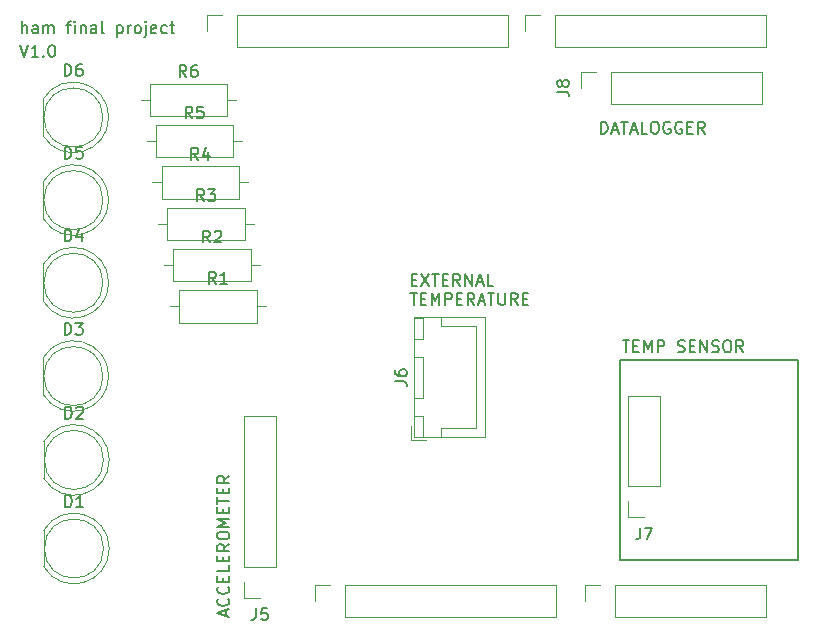
<source format=gbr>
%TF.GenerationSoftware,KiCad,Pcbnew,8.0.8*%
%TF.CreationDate,2025-03-13T13:25:16-06:00*%
%TF.ProjectId,Final_Project-REAL,46696e61-6c5f-4507-926f-6a6563742d52,rev?*%
%TF.SameCoordinates,Original*%
%TF.FileFunction,Legend,Top*%
%TF.FilePolarity,Positive*%
%FSLAX46Y46*%
G04 Gerber Fmt 4.6, Leading zero omitted, Abs format (unit mm)*
G04 Created by KiCad (PCBNEW 8.0.8) date 2025-03-13 13:25:16*
%MOMM*%
%LPD*%
G01*
G04 APERTURE LIST*
%ADD10C,0.150000*%
%ADD11C,0.120000*%
G04 APERTURE END LIST*
D10*
X101693922Y-50369819D02*
X102027255Y-51369819D01*
X102027255Y-51369819D02*
X102360588Y-50369819D01*
X103217731Y-51369819D02*
X102646303Y-51369819D01*
X102932017Y-51369819D02*
X102932017Y-50369819D01*
X102932017Y-50369819D02*
X102836779Y-50512676D01*
X102836779Y-50512676D02*
X102741541Y-50607914D01*
X102741541Y-50607914D02*
X102646303Y-50655533D01*
X103646303Y-51274580D02*
X103693922Y-51322200D01*
X103693922Y-51322200D02*
X103646303Y-51369819D01*
X103646303Y-51369819D02*
X103598684Y-51322200D01*
X103598684Y-51322200D02*
X103646303Y-51274580D01*
X103646303Y-51274580D02*
X103646303Y-51369819D01*
X104312969Y-50369819D02*
X104408207Y-50369819D01*
X104408207Y-50369819D02*
X104503445Y-50417438D01*
X104503445Y-50417438D02*
X104551064Y-50465057D01*
X104551064Y-50465057D02*
X104598683Y-50560295D01*
X104598683Y-50560295D02*
X104646302Y-50750771D01*
X104646302Y-50750771D02*
X104646302Y-50988866D01*
X104646302Y-50988866D02*
X104598683Y-51179342D01*
X104598683Y-51179342D02*
X104551064Y-51274580D01*
X104551064Y-51274580D02*
X104503445Y-51322200D01*
X104503445Y-51322200D02*
X104408207Y-51369819D01*
X104408207Y-51369819D02*
X104312969Y-51369819D01*
X104312969Y-51369819D02*
X104217731Y-51322200D01*
X104217731Y-51322200D02*
X104170112Y-51274580D01*
X104170112Y-51274580D02*
X104122493Y-51179342D01*
X104122493Y-51179342D02*
X104074874Y-50988866D01*
X104074874Y-50988866D02*
X104074874Y-50750771D01*
X104074874Y-50750771D02*
X104122493Y-50560295D01*
X104122493Y-50560295D02*
X104170112Y-50465057D01*
X104170112Y-50465057D02*
X104217731Y-50417438D01*
X104217731Y-50417438D02*
X104312969Y-50369819D01*
X119084104Y-98710839D02*
X119084104Y-98234649D01*
X119369819Y-98806077D02*
X118369819Y-98472744D01*
X118369819Y-98472744D02*
X119369819Y-98139411D01*
X119274580Y-97234649D02*
X119322200Y-97282268D01*
X119322200Y-97282268D02*
X119369819Y-97425125D01*
X119369819Y-97425125D02*
X119369819Y-97520363D01*
X119369819Y-97520363D02*
X119322200Y-97663220D01*
X119322200Y-97663220D02*
X119226961Y-97758458D01*
X119226961Y-97758458D02*
X119131723Y-97806077D01*
X119131723Y-97806077D02*
X118941247Y-97853696D01*
X118941247Y-97853696D02*
X118798390Y-97853696D01*
X118798390Y-97853696D02*
X118607914Y-97806077D01*
X118607914Y-97806077D02*
X118512676Y-97758458D01*
X118512676Y-97758458D02*
X118417438Y-97663220D01*
X118417438Y-97663220D02*
X118369819Y-97520363D01*
X118369819Y-97520363D02*
X118369819Y-97425125D01*
X118369819Y-97425125D02*
X118417438Y-97282268D01*
X118417438Y-97282268D02*
X118465057Y-97234649D01*
X119274580Y-96234649D02*
X119322200Y-96282268D01*
X119322200Y-96282268D02*
X119369819Y-96425125D01*
X119369819Y-96425125D02*
X119369819Y-96520363D01*
X119369819Y-96520363D02*
X119322200Y-96663220D01*
X119322200Y-96663220D02*
X119226961Y-96758458D01*
X119226961Y-96758458D02*
X119131723Y-96806077D01*
X119131723Y-96806077D02*
X118941247Y-96853696D01*
X118941247Y-96853696D02*
X118798390Y-96853696D01*
X118798390Y-96853696D02*
X118607914Y-96806077D01*
X118607914Y-96806077D02*
X118512676Y-96758458D01*
X118512676Y-96758458D02*
X118417438Y-96663220D01*
X118417438Y-96663220D02*
X118369819Y-96520363D01*
X118369819Y-96520363D02*
X118369819Y-96425125D01*
X118369819Y-96425125D02*
X118417438Y-96282268D01*
X118417438Y-96282268D02*
X118465057Y-96234649D01*
X118846009Y-95806077D02*
X118846009Y-95472744D01*
X119369819Y-95329887D02*
X119369819Y-95806077D01*
X119369819Y-95806077D02*
X118369819Y-95806077D01*
X118369819Y-95806077D02*
X118369819Y-95329887D01*
X119369819Y-94425125D02*
X119369819Y-94901315D01*
X119369819Y-94901315D02*
X118369819Y-94901315D01*
X118846009Y-94091791D02*
X118846009Y-93758458D01*
X119369819Y-93615601D02*
X119369819Y-94091791D01*
X119369819Y-94091791D02*
X118369819Y-94091791D01*
X118369819Y-94091791D02*
X118369819Y-93615601D01*
X119369819Y-92615601D02*
X118893628Y-92948934D01*
X119369819Y-93187029D02*
X118369819Y-93187029D01*
X118369819Y-93187029D02*
X118369819Y-92806077D01*
X118369819Y-92806077D02*
X118417438Y-92710839D01*
X118417438Y-92710839D02*
X118465057Y-92663220D01*
X118465057Y-92663220D02*
X118560295Y-92615601D01*
X118560295Y-92615601D02*
X118703152Y-92615601D01*
X118703152Y-92615601D02*
X118798390Y-92663220D01*
X118798390Y-92663220D02*
X118846009Y-92710839D01*
X118846009Y-92710839D02*
X118893628Y-92806077D01*
X118893628Y-92806077D02*
X118893628Y-93187029D01*
X118369819Y-91996553D02*
X118369819Y-91806077D01*
X118369819Y-91806077D02*
X118417438Y-91710839D01*
X118417438Y-91710839D02*
X118512676Y-91615601D01*
X118512676Y-91615601D02*
X118703152Y-91567982D01*
X118703152Y-91567982D02*
X119036485Y-91567982D01*
X119036485Y-91567982D02*
X119226961Y-91615601D01*
X119226961Y-91615601D02*
X119322200Y-91710839D01*
X119322200Y-91710839D02*
X119369819Y-91806077D01*
X119369819Y-91806077D02*
X119369819Y-91996553D01*
X119369819Y-91996553D02*
X119322200Y-92091791D01*
X119322200Y-92091791D02*
X119226961Y-92187029D01*
X119226961Y-92187029D02*
X119036485Y-92234648D01*
X119036485Y-92234648D02*
X118703152Y-92234648D01*
X118703152Y-92234648D02*
X118512676Y-92187029D01*
X118512676Y-92187029D02*
X118417438Y-92091791D01*
X118417438Y-92091791D02*
X118369819Y-91996553D01*
X119369819Y-91139410D02*
X118369819Y-91139410D01*
X118369819Y-91139410D02*
X119084104Y-90806077D01*
X119084104Y-90806077D02*
X118369819Y-90472744D01*
X118369819Y-90472744D02*
X119369819Y-90472744D01*
X118846009Y-89996553D02*
X118846009Y-89663220D01*
X119369819Y-89520363D02*
X119369819Y-89996553D01*
X119369819Y-89996553D02*
X118369819Y-89996553D01*
X118369819Y-89996553D02*
X118369819Y-89520363D01*
X118369819Y-89234648D02*
X118369819Y-88663220D01*
X119369819Y-88948934D02*
X118369819Y-88948934D01*
X118846009Y-88329886D02*
X118846009Y-87996553D01*
X119369819Y-87853696D02*
X119369819Y-88329886D01*
X119369819Y-88329886D02*
X118369819Y-88329886D01*
X118369819Y-88329886D02*
X118369819Y-87853696D01*
X119369819Y-86853696D02*
X118893628Y-87187029D01*
X119369819Y-87425124D02*
X118369819Y-87425124D01*
X118369819Y-87425124D02*
X118369819Y-87044172D01*
X118369819Y-87044172D02*
X118417438Y-86948934D01*
X118417438Y-86948934D02*
X118465057Y-86901315D01*
X118465057Y-86901315D02*
X118560295Y-86853696D01*
X118560295Y-86853696D02*
X118703152Y-86853696D01*
X118703152Y-86853696D02*
X118798390Y-86901315D01*
X118798390Y-86901315D02*
X118846009Y-86948934D01*
X118846009Y-86948934D02*
X118893628Y-87044172D01*
X118893628Y-87044172D02*
X118893628Y-87425124D01*
X134836779Y-70236065D02*
X135170112Y-70236065D01*
X135312969Y-70759875D02*
X134836779Y-70759875D01*
X134836779Y-70759875D02*
X134836779Y-69759875D01*
X134836779Y-69759875D02*
X135312969Y-69759875D01*
X135646303Y-69759875D02*
X136312969Y-70759875D01*
X136312969Y-69759875D02*
X135646303Y-70759875D01*
X136551065Y-69759875D02*
X137122493Y-69759875D01*
X136836779Y-70759875D02*
X136836779Y-69759875D01*
X137455827Y-70236065D02*
X137789160Y-70236065D01*
X137932017Y-70759875D02*
X137455827Y-70759875D01*
X137455827Y-70759875D02*
X137455827Y-69759875D01*
X137455827Y-69759875D02*
X137932017Y-69759875D01*
X138932017Y-70759875D02*
X138598684Y-70283684D01*
X138360589Y-70759875D02*
X138360589Y-69759875D01*
X138360589Y-69759875D02*
X138741541Y-69759875D01*
X138741541Y-69759875D02*
X138836779Y-69807494D01*
X138836779Y-69807494D02*
X138884398Y-69855113D01*
X138884398Y-69855113D02*
X138932017Y-69950351D01*
X138932017Y-69950351D02*
X138932017Y-70093208D01*
X138932017Y-70093208D02*
X138884398Y-70188446D01*
X138884398Y-70188446D02*
X138836779Y-70236065D01*
X138836779Y-70236065D02*
X138741541Y-70283684D01*
X138741541Y-70283684D02*
X138360589Y-70283684D01*
X139360589Y-70759875D02*
X139360589Y-69759875D01*
X139360589Y-69759875D02*
X139932017Y-70759875D01*
X139932017Y-70759875D02*
X139932017Y-69759875D01*
X140360589Y-70474160D02*
X140836779Y-70474160D01*
X140265351Y-70759875D02*
X140598684Y-69759875D01*
X140598684Y-69759875D02*
X140932017Y-70759875D01*
X141741541Y-70759875D02*
X141265351Y-70759875D01*
X141265351Y-70759875D02*
X141265351Y-69759875D01*
X134693922Y-71369819D02*
X135265350Y-71369819D01*
X134979636Y-72369819D02*
X134979636Y-71369819D01*
X135598684Y-71846009D02*
X135932017Y-71846009D01*
X136074874Y-72369819D02*
X135598684Y-72369819D01*
X135598684Y-72369819D02*
X135598684Y-71369819D01*
X135598684Y-71369819D02*
X136074874Y-71369819D01*
X136503446Y-72369819D02*
X136503446Y-71369819D01*
X136503446Y-71369819D02*
X136836779Y-72084104D01*
X136836779Y-72084104D02*
X137170112Y-71369819D01*
X137170112Y-71369819D02*
X137170112Y-72369819D01*
X137646303Y-72369819D02*
X137646303Y-71369819D01*
X137646303Y-71369819D02*
X138027255Y-71369819D01*
X138027255Y-71369819D02*
X138122493Y-71417438D01*
X138122493Y-71417438D02*
X138170112Y-71465057D01*
X138170112Y-71465057D02*
X138217731Y-71560295D01*
X138217731Y-71560295D02*
X138217731Y-71703152D01*
X138217731Y-71703152D02*
X138170112Y-71798390D01*
X138170112Y-71798390D02*
X138122493Y-71846009D01*
X138122493Y-71846009D02*
X138027255Y-71893628D01*
X138027255Y-71893628D02*
X137646303Y-71893628D01*
X138646303Y-71846009D02*
X138979636Y-71846009D01*
X139122493Y-72369819D02*
X138646303Y-72369819D01*
X138646303Y-72369819D02*
X138646303Y-71369819D01*
X138646303Y-71369819D02*
X139122493Y-71369819D01*
X140122493Y-72369819D02*
X139789160Y-71893628D01*
X139551065Y-72369819D02*
X139551065Y-71369819D01*
X139551065Y-71369819D02*
X139932017Y-71369819D01*
X139932017Y-71369819D02*
X140027255Y-71417438D01*
X140027255Y-71417438D02*
X140074874Y-71465057D01*
X140074874Y-71465057D02*
X140122493Y-71560295D01*
X140122493Y-71560295D02*
X140122493Y-71703152D01*
X140122493Y-71703152D02*
X140074874Y-71798390D01*
X140074874Y-71798390D02*
X140027255Y-71846009D01*
X140027255Y-71846009D02*
X139932017Y-71893628D01*
X139932017Y-71893628D02*
X139551065Y-71893628D01*
X140503446Y-72084104D02*
X140979636Y-72084104D01*
X140408208Y-72369819D02*
X140741541Y-71369819D01*
X140741541Y-71369819D02*
X141074874Y-72369819D01*
X141265351Y-71369819D02*
X141836779Y-71369819D01*
X141551065Y-72369819D02*
X141551065Y-71369819D01*
X142170113Y-71369819D02*
X142170113Y-72179342D01*
X142170113Y-72179342D02*
X142217732Y-72274580D01*
X142217732Y-72274580D02*
X142265351Y-72322200D01*
X142265351Y-72322200D02*
X142360589Y-72369819D01*
X142360589Y-72369819D02*
X142551065Y-72369819D01*
X142551065Y-72369819D02*
X142646303Y-72322200D01*
X142646303Y-72322200D02*
X142693922Y-72274580D01*
X142693922Y-72274580D02*
X142741541Y-72179342D01*
X142741541Y-72179342D02*
X142741541Y-71369819D01*
X143789160Y-72369819D02*
X143455827Y-71893628D01*
X143217732Y-72369819D02*
X143217732Y-71369819D01*
X143217732Y-71369819D02*
X143598684Y-71369819D01*
X143598684Y-71369819D02*
X143693922Y-71417438D01*
X143693922Y-71417438D02*
X143741541Y-71465057D01*
X143741541Y-71465057D02*
X143789160Y-71560295D01*
X143789160Y-71560295D02*
X143789160Y-71703152D01*
X143789160Y-71703152D02*
X143741541Y-71798390D01*
X143741541Y-71798390D02*
X143693922Y-71846009D01*
X143693922Y-71846009D02*
X143598684Y-71893628D01*
X143598684Y-71893628D02*
X143217732Y-71893628D01*
X144217732Y-71846009D02*
X144551065Y-71846009D01*
X144693922Y-72369819D02*
X144217732Y-72369819D01*
X144217732Y-72369819D02*
X144217732Y-71369819D01*
X144217732Y-71369819D02*
X144693922Y-71369819D01*
X152693922Y-75369819D02*
X153265350Y-75369819D01*
X152979636Y-76369819D02*
X152979636Y-75369819D01*
X153598684Y-75846009D02*
X153932017Y-75846009D01*
X154074874Y-76369819D02*
X153598684Y-76369819D01*
X153598684Y-76369819D02*
X153598684Y-75369819D01*
X153598684Y-75369819D02*
X154074874Y-75369819D01*
X154503446Y-76369819D02*
X154503446Y-75369819D01*
X154503446Y-75369819D02*
X154836779Y-76084104D01*
X154836779Y-76084104D02*
X155170112Y-75369819D01*
X155170112Y-75369819D02*
X155170112Y-76369819D01*
X155646303Y-76369819D02*
X155646303Y-75369819D01*
X155646303Y-75369819D02*
X156027255Y-75369819D01*
X156027255Y-75369819D02*
X156122493Y-75417438D01*
X156122493Y-75417438D02*
X156170112Y-75465057D01*
X156170112Y-75465057D02*
X156217731Y-75560295D01*
X156217731Y-75560295D02*
X156217731Y-75703152D01*
X156217731Y-75703152D02*
X156170112Y-75798390D01*
X156170112Y-75798390D02*
X156122493Y-75846009D01*
X156122493Y-75846009D02*
X156027255Y-75893628D01*
X156027255Y-75893628D02*
X155646303Y-75893628D01*
X157360589Y-76322200D02*
X157503446Y-76369819D01*
X157503446Y-76369819D02*
X157741541Y-76369819D01*
X157741541Y-76369819D02*
X157836779Y-76322200D01*
X157836779Y-76322200D02*
X157884398Y-76274580D01*
X157884398Y-76274580D02*
X157932017Y-76179342D01*
X157932017Y-76179342D02*
X157932017Y-76084104D01*
X157932017Y-76084104D02*
X157884398Y-75988866D01*
X157884398Y-75988866D02*
X157836779Y-75941247D01*
X157836779Y-75941247D02*
X157741541Y-75893628D01*
X157741541Y-75893628D02*
X157551065Y-75846009D01*
X157551065Y-75846009D02*
X157455827Y-75798390D01*
X157455827Y-75798390D02*
X157408208Y-75750771D01*
X157408208Y-75750771D02*
X157360589Y-75655533D01*
X157360589Y-75655533D02*
X157360589Y-75560295D01*
X157360589Y-75560295D02*
X157408208Y-75465057D01*
X157408208Y-75465057D02*
X157455827Y-75417438D01*
X157455827Y-75417438D02*
X157551065Y-75369819D01*
X157551065Y-75369819D02*
X157789160Y-75369819D01*
X157789160Y-75369819D02*
X157932017Y-75417438D01*
X158360589Y-75846009D02*
X158693922Y-75846009D01*
X158836779Y-76369819D02*
X158360589Y-76369819D01*
X158360589Y-76369819D02*
X158360589Y-75369819D01*
X158360589Y-75369819D02*
X158836779Y-75369819D01*
X159265351Y-76369819D02*
X159265351Y-75369819D01*
X159265351Y-75369819D02*
X159836779Y-76369819D01*
X159836779Y-76369819D02*
X159836779Y-75369819D01*
X160265351Y-76322200D02*
X160408208Y-76369819D01*
X160408208Y-76369819D02*
X160646303Y-76369819D01*
X160646303Y-76369819D02*
X160741541Y-76322200D01*
X160741541Y-76322200D02*
X160789160Y-76274580D01*
X160789160Y-76274580D02*
X160836779Y-76179342D01*
X160836779Y-76179342D02*
X160836779Y-76084104D01*
X160836779Y-76084104D02*
X160789160Y-75988866D01*
X160789160Y-75988866D02*
X160741541Y-75941247D01*
X160741541Y-75941247D02*
X160646303Y-75893628D01*
X160646303Y-75893628D02*
X160455827Y-75846009D01*
X160455827Y-75846009D02*
X160360589Y-75798390D01*
X160360589Y-75798390D02*
X160312970Y-75750771D01*
X160312970Y-75750771D02*
X160265351Y-75655533D01*
X160265351Y-75655533D02*
X160265351Y-75560295D01*
X160265351Y-75560295D02*
X160312970Y-75465057D01*
X160312970Y-75465057D02*
X160360589Y-75417438D01*
X160360589Y-75417438D02*
X160455827Y-75369819D01*
X160455827Y-75369819D02*
X160693922Y-75369819D01*
X160693922Y-75369819D02*
X160836779Y-75417438D01*
X161455827Y-75369819D02*
X161646303Y-75369819D01*
X161646303Y-75369819D02*
X161741541Y-75417438D01*
X161741541Y-75417438D02*
X161836779Y-75512676D01*
X161836779Y-75512676D02*
X161884398Y-75703152D01*
X161884398Y-75703152D02*
X161884398Y-76036485D01*
X161884398Y-76036485D02*
X161836779Y-76226961D01*
X161836779Y-76226961D02*
X161741541Y-76322200D01*
X161741541Y-76322200D02*
X161646303Y-76369819D01*
X161646303Y-76369819D02*
X161455827Y-76369819D01*
X161455827Y-76369819D02*
X161360589Y-76322200D01*
X161360589Y-76322200D02*
X161265351Y-76226961D01*
X161265351Y-76226961D02*
X161217732Y-76036485D01*
X161217732Y-76036485D02*
X161217732Y-75703152D01*
X161217732Y-75703152D02*
X161265351Y-75512676D01*
X161265351Y-75512676D02*
X161360589Y-75417438D01*
X161360589Y-75417438D02*
X161455827Y-75369819D01*
X162884398Y-76369819D02*
X162551065Y-75893628D01*
X162312970Y-76369819D02*
X162312970Y-75369819D01*
X162312970Y-75369819D02*
X162693922Y-75369819D01*
X162693922Y-75369819D02*
X162789160Y-75417438D01*
X162789160Y-75417438D02*
X162836779Y-75465057D01*
X162836779Y-75465057D02*
X162884398Y-75560295D01*
X162884398Y-75560295D02*
X162884398Y-75703152D01*
X162884398Y-75703152D02*
X162836779Y-75798390D01*
X162836779Y-75798390D02*
X162789160Y-75846009D01*
X162789160Y-75846009D02*
X162693922Y-75893628D01*
X162693922Y-75893628D02*
X162312970Y-75893628D01*
X150836779Y-57869819D02*
X150836779Y-56869819D01*
X150836779Y-56869819D02*
X151074874Y-56869819D01*
X151074874Y-56869819D02*
X151217731Y-56917438D01*
X151217731Y-56917438D02*
X151312969Y-57012676D01*
X151312969Y-57012676D02*
X151360588Y-57107914D01*
X151360588Y-57107914D02*
X151408207Y-57298390D01*
X151408207Y-57298390D02*
X151408207Y-57441247D01*
X151408207Y-57441247D02*
X151360588Y-57631723D01*
X151360588Y-57631723D02*
X151312969Y-57726961D01*
X151312969Y-57726961D02*
X151217731Y-57822200D01*
X151217731Y-57822200D02*
X151074874Y-57869819D01*
X151074874Y-57869819D02*
X150836779Y-57869819D01*
X151789160Y-57584104D02*
X152265350Y-57584104D01*
X151693922Y-57869819D02*
X152027255Y-56869819D01*
X152027255Y-56869819D02*
X152360588Y-57869819D01*
X152551065Y-56869819D02*
X153122493Y-56869819D01*
X152836779Y-57869819D02*
X152836779Y-56869819D01*
X153408208Y-57584104D02*
X153884398Y-57584104D01*
X153312970Y-57869819D02*
X153646303Y-56869819D01*
X153646303Y-56869819D02*
X153979636Y-57869819D01*
X154789160Y-57869819D02*
X154312970Y-57869819D01*
X154312970Y-57869819D02*
X154312970Y-56869819D01*
X155312970Y-56869819D02*
X155503446Y-56869819D01*
X155503446Y-56869819D02*
X155598684Y-56917438D01*
X155598684Y-56917438D02*
X155693922Y-57012676D01*
X155693922Y-57012676D02*
X155741541Y-57203152D01*
X155741541Y-57203152D02*
X155741541Y-57536485D01*
X155741541Y-57536485D02*
X155693922Y-57726961D01*
X155693922Y-57726961D02*
X155598684Y-57822200D01*
X155598684Y-57822200D02*
X155503446Y-57869819D01*
X155503446Y-57869819D02*
X155312970Y-57869819D01*
X155312970Y-57869819D02*
X155217732Y-57822200D01*
X155217732Y-57822200D02*
X155122494Y-57726961D01*
X155122494Y-57726961D02*
X155074875Y-57536485D01*
X155074875Y-57536485D02*
X155074875Y-57203152D01*
X155074875Y-57203152D02*
X155122494Y-57012676D01*
X155122494Y-57012676D02*
X155217732Y-56917438D01*
X155217732Y-56917438D02*
X155312970Y-56869819D01*
X156693922Y-56917438D02*
X156598684Y-56869819D01*
X156598684Y-56869819D02*
X156455827Y-56869819D01*
X156455827Y-56869819D02*
X156312970Y-56917438D01*
X156312970Y-56917438D02*
X156217732Y-57012676D01*
X156217732Y-57012676D02*
X156170113Y-57107914D01*
X156170113Y-57107914D02*
X156122494Y-57298390D01*
X156122494Y-57298390D02*
X156122494Y-57441247D01*
X156122494Y-57441247D02*
X156170113Y-57631723D01*
X156170113Y-57631723D02*
X156217732Y-57726961D01*
X156217732Y-57726961D02*
X156312970Y-57822200D01*
X156312970Y-57822200D02*
X156455827Y-57869819D01*
X156455827Y-57869819D02*
X156551065Y-57869819D01*
X156551065Y-57869819D02*
X156693922Y-57822200D01*
X156693922Y-57822200D02*
X156741541Y-57774580D01*
X156741541Y-57774580D02*
X156741541Y-57441247D01*
X156741541Y-57441247D02*
X156551065Y-57441247D01*
X157693922Y-56917438D02*
X157598684Y-56869819D01*
X157598684Y-56869819D02*
X157455827Y-56869819D01*
X157455827Y-56869819D02*
X157312970Y-56917438D01*
X157312970Y-56917438D02*
X157217732Y-57012676D01*
X157217732Y-57012676D02*
X157170113Y-57107914D01*
X157170113Y-57107914D02*
X157122494Y-57298390D01*
X157122494Y-57298390D02*
X157122494Y-57441247D01*
X157122494Y-57441247D02*
X157170113Y-57631723D01*
X157170113Y-57631723D02*
X157217732Y-57726961D01*
X157217732Y-57726961D02*
X157312970Y-57822200D01*
X157312970Y-57822200D02*
X157455827Y-57869819D01*
X157455827Y-57869819D02*
X157551065Y-57869819D01*
X157551065Y-57869819D02*
X157693922Y-57822200D01*
X157693922Y-57822200D02*
X157741541Y-57774580D01*
X157741541Y-57774580D02*
X157741541Y-57441247D01*
X157741541Y-57441247D02*
X157551065Y-57441247D01*
X158170113Y-57346009D02*
X158503446Y-57346009D01*
X158646303Y-57869819D02*
X158170113Y-57869819D01*
X158170113Y-57869819D02*
X158170113Y-56869819D01*
X158170113Y-56869819D02*
X158646303Y-56869819D01*
X159646303Y-57869819D02*
X159312970Y-57393628D01*
X159074875Y-57869819D02*
X159074875Y-56869819D01*
X159074875Y-56869819D02*
X159455827Y-56869819D01*
X159455827Y-56869819D02*
X159551065Y-56917438D01*
X159551065Y-56917438D02*
X159598684Y-56965057D01*
X159598684Y-56965057D02*
X159646303Y-57060295D01*
X159646303Y-57060295D02*
X159646303Y-57203152D01*
X159646303Y-57203152D02*
X159598684Y-57298390D01*
X159598684Y-57298390D02*
X159551065Y-57346009D01*
X159551065Y-57346009D02*
X159455827Y-57393628D01*
X159455827Y-57393628D02*
X159074875Y-57393628D01*
X101836779Y-49369819D02*
X101836779Y-48369819D01*
X102265350Y-49369819D02*
X102265350Y-48846009D01*
X102265350Y-48846009D02*
X102217731Y-48750771D01*
X102217731Y-48750771D02*
X102122493Y-48703152D01*
X102122493Y-48703152D02*
X101979636Y-48703152D01*
X101979636Y-48703152D02*
X101884398Y-48750771D01*
X101884398Y-48750771D02*
X101836779Y-48798390D01*
X103170112Y-49369819D02*
X103170112Y-48846009D01*
X103170112Y-48846009D02*
X103122493Y-48750771D01*
X103122493Y-48750771D02*
X103027255Y-48703152D01*
X103027255Y-48703152D02*
X102836779Y-48703152D01*
X102836779Y-48703152D02*
X102741541Y-48750771D01*
X103170112Y-49322200D02*
X103074874Y-49369819D01*
X103074874Y-49369819D02*
X102836779Y-49369819D01*
X102836779Y-49369819D02*
X102741541Y-49322200D01*
X102741541Y-49322200D02*
X102693922Y-49226961D01*
X102693922Y-49226961D02*
X102693922Y-49131723D01*
X102693922Y-49131723D02*
X102741541Y-49036485D01*
X102741541Y-49036485D02*
X102836779Y-48988866D01*
X102836779Y-48988866D02*
X103074874Y-48988866D01*
X103074874Y-48988866D02*
X103170112Y-48941247D01*
X103646303Y-49369819D02*
X103646303Y-48703152D01*
X103646303Y-48798390D02*
X103693922Y-48750771D01*
X103693922Y-48750771D02*
X103789160Y-48703152D01*
X103789160Y-48703152D02*
X103932017Y-48703152D01*
X103932017Y-48703152D02*
X104027255Y-48750771D01*
X104027255Y-48750771D02*
X104074874Y-48846009D01*
X104074874Y-48846009D02*
X104074874Y-49369819D01*
X104074874Y-48846009D02*
X104122493Y-48750771D01*
X104122493Y-48750771D02*
X104217731Y-48703152D01*
X104217731Y-48703152D02*
X104360588Y-48703152D01*
X104360588Y-48703152D02*
X104455827Y-48750771D01*
X104455827Y-48750771D02*
X104503446Y-48846009D01*
X104503446Y-48846009D02*
X104503446Y-49369819D01*
X105598684Y-48703152D02*
X105979636Y-48703152D01*
X105741541Y-49369819D02*
X105741541Y-48512676D01*
X105741541Y-48512676D02*
X105789160Y-48417438D01*
X105789160Y-48417438D02*
X105884398Y-48369819D01*
X105884398Y-48369819D02*
X105979636Y-48369819D01*
X106312970Y-49369819D02*
X106312970Y-48703152D01*
X106312970Y-48369819D02*
X106265351Y-48417438D01*
X106265351Y-48417438D02*
X106312970Y-48465057D01*
X106312970Y-48465057D02*
X106360589Y-48417438D01*
X106360589Y-48417438D02*
X106312970Y-48369819D01*
X106312970Y-48369819D02*
X106312970Y-48465057D01*
X106789160Y-48703152D02*
X106789160Y-49369819D01*
X106789160Y-48798390D02*
X106836779Y-48750771D01*
X106836779Y-48750771D02*
X106932017Y-48703152D01*
X106932017Y-48703152D02*
X107074874Y-48703152D01*
X107074874Y-48703152D02*
X107170112Y-48750771D01*
X107170112Y-48750771D02*
X107217731Y-48846009D01*
X107217731Y-48846009D02*
X107217731Y-49369819D01*
X108122493Y-49369819D02*
X108122493Y-48846009D01*
X108122493Y-48846009D02*
X108074874Y-48750771D01*
X108074874Y-48750771D02*
X107979636Y-48703152D01*
X107979636Y-48703152D02*
X107789160Y-48703152D01*
X107789160Y-48703152D02*
X107693922Y-48750771D01*
X108122493Y-49322200D02*
X108027255Y-49369819D01*
X108027255Y-49369819D02*
X107789160Y-49369819D01*
X107789160Y-49369819D02*
X107693922Y-49322200D01*
X107693922Y-49322200D02*
X107646303Y-49226961D01*
X107646303Y-49226961D02*
X107646303Y-49131723D01*
X107646303Y-49131723D02*
X107693922Y-49036485D01*
X107693922Y-49036485D02*
X107789160Y-48988866D01*
X107789160Y-48988866D02*
X108027255Y-48988866D01*
X108027255Y-48988866D02*
X108122493Y-48941247D01*
X108741541Y-49369819D02*
X108646303Y-49322200D01*
X108646303Y-49322200D02*
X108598684Y-49226961D01*
X108598684Y-49226961D02*
X108598684Y-48369819D01*
X109884399Y-48703152D02*
X109884399Y-49703152D01*
X109884399Y-48750771D02*
X109979637Y-48703152D01*
X109979637Y-48703152D02*
X110170113Y-48703152D01*
X110170113Y-48703152D02*
X110265351Y-48750771D01*
X110265351Y-48750771D02*
X110312970Y-48798390D01*
X110312970Y-48798390D02*
X110360589Y-48893628D01*
X110360589Y-48893628D02*
X110360589Y-49179342D01*
X110360589Y-49179342D02*
X110312970Y-49274580D01*
X110312970Y-49274580D02*
X110265351Y-49322200D01*
X110265351Y-49322200D02*
X110170113Y-49369819D01*
X110170113Y-49369819D02*
X109979637Y-49369819D01*
X109979637Y-49369819D02*
X109884399Y-49322200D01*
X110789161Y-49369819D02*
X110789161Y-48703152D01*
X110789161Y-48893628D02*
X110836780Y-48798390D01*
X110836780Y-48798390D02*
X110884399Y-48750771D01*
X110884399Y-48750771D02*
X110979637Y-48703152D01*
X110979637Y-48703152D02*
X111074875Y-48703152D01*
X111551066Y-49369819D02*
X111455828Y-49322200D01*
X111455828Y-49322200D02*
X111408209Y-49274580D01*
X111408209Y-49274580D02*
X111360590Y-49179342D01*
X111360590Y-49179342D02*
X111360590Y-48893628D01*
X111360590Y-48893628D02*
X111408209Y-48798390D01*
X111408209Y-48798390D02*
X111455828Y-48750771D01*
X111455828Y-48750771D02*
X111551066Y-48703152D01*
X111551066Y-48703152D02*
X111693923Y-48703152D01*
X111693923Y-48703152D02*
X111789161Y-48750771D01*
X111789161Y-48750771D02*
X111836780Y-48798390D01*
X111836780Y-48798390D02*
X111884399Y-48893628D01*
X111884399Y-48893628D02*
X111884399Y-49179342D01*
X111884399Y-49179342D02*
X111836780Y-49274580D01*
X111836780Y-49274580D02*
X111789161Y-49322200D01*
X111789161Y-49322200D02*
X111693923Y-49369819D01*
X111693923Y-49369819D02*
X111551066Y-49369819D01*
X112312971Y-48703152D02*
X112312971Y-49560295D01*
X112312971Y-49560295D02*
X112265352Y-49655533D01*
X112265352Y-49655533D02*
X112170114Y-49703152D01*
X112170114Y-49703152D02*
X112122495Y-49703152D01*
X112312971Y-48369819D02*
X112265352Y-48417438D01*
X112265352Y-48417438D02*
X112312971Y-48465057D01*
X112312971Y-48465057D02*
X112360590Y-48417438D01*
X112360590Y-48417438D02*
X112312971Y-48369819D01*
X112312971Y-48369819D02*
X112312971Y-48465057D01*
X113170113Y-49322200D02*
X113074875Y-49369819D01*
X113074875Y-49369819D02*
X112884399Y-49369819D01*
X112884399Y-49369819D02*
X112789161Y-49322200D01*
X112789161Y-49322200D02*
X112741542Y-49226961D01*
X112741542Y-49226961D02*
X112741542Y-48846009D01*
X112741542Y-48846009D02*
X112789161Y-48750771D01*
X112789161Y-48750771D02*
X112884399Y-48703152D01*
X112884399Y-48703152D02*
X113074875Y-48703152D01*
X113074875Y-48703152D02*
X113170113Y-48750771D01*
X113170113Y-48750771D02*
X113217732Y-48846009D01*
X113217732Y-48846009D02*
X113217732Y-48941247D01*
X113217732Y-48941247D02*
X112741542Y-49036485D01*
X114074875Y-49322200D02*
X113979637Y-49369819D01*
X113979637Y-49369819D02*
X113789161Y-49369819D01*
X113789161Y-49369819D02*
X113693923Y-49322200D01*
X113693923Y-49322200D02*
X113646304Y-49274580D01*
X113646304Y-49274580D02*
X113598685Y-49179342D01*
X113598685Y-49179342D02*
X113598685Y-48893628D01*
X113598685Y-48893628D02*
X113646304Y-48798390D01*
X113646304Y-48798390D02*
X113693923Y-48750771D01*
X113693923Y-48750771D02*
X113789161Y-48703152D01*
X113789161Y-48703152D02*
X113979637Y-48703152D01*
X113979637Y-48703152D02*
X114074875Y-48750771D01*
X114360590Y-48703152D02*
X114741542Y-48703152D01*
X114503447Y-48369819D02*
X114503447Y-49226961D01*
X114503447Y-49226961D02*
X114551066Y-49322200D01*
X114551066Y-49322200D02*
X114646304Y-49369819D01*
X114646304Y-49369819D02*
X114741542Y-49369819D01*
X152500000Y-77000000D02*
X167500000Y-77000000D01*
X167500000Y-94000000D01*
X152500000Y-94000000D01*
X152500000Y-77000000D01*
X121641666Y-98049819D02*
X121641666Y-98764104D01*
X121641666Y-98764104D02*
X121594047Y-98906961D01*
X121594047Y-98906961D02*
X121498809Y-99002200D01*
X121498809Y-99002200D02*
X121355952Y-99049819D01*
X121355952Y-99049819D02*
X121260714Y-99049819D01*
X122594047Y-98049819D02*
X122117857Y-98049819D01*
X122117857Y-98049819D02*
X122070238Y-98526009D01*
X122070238Y-98526009D02*
X122117857Y-98478390D01*
X122117857Y-98478390D02*
X122213095Y-98430771D01*
X122213095Y-98430771D02*
X122451190Y-98430771D01*
X122451190Y-98430771D02*
X122546428Y-98478390D01*
X122546428Y-98478390D02*
X122594047Y-98526009D01*
X122594047Y-98526009D02*
X122641666Y-98621247D01*
X122641666Y-98621247D02*
X122641666Y-98859342D01*
X122641666Y-98859342D02*
X122594047Y-98954580D01*
X122594047Y-98954580D02*
X122546428Y-99002200D01*
X122546428Y-99002200D02*
X122451190Y-99049819D01*
X122451190Y-99049819D02*
X122213095Y-99049819D01*
X122213095Y-99049819D02*
X122117857Y-99002200D01*
X122117857Y-99002200D02*
X122070238Y-98954580D01*
X133404819Y-78833333D02*
X134119104Y-78833333D01*
X134119104Y-78833333D02*
X134261961Y-78880952D01*
X134261961Y-78880952D02*
X134357200Y-78976190D01*
X134357200Y-78976190D02*
X134404819Y-79119047D01*
X134404819Y-79119047D02*
X134404819Y-79214285D01*
X133404819Y-77928571D02*
X133404819Y-78119047D01*
X133404819Y-78119047D02*
X133452438Y-78214285D01*
X133452438Y-78214285D02*
X133500057Y-78261904D01*
X133500057Y-78261904D02*
X133642914Y-78357142D01*
X133642914Y-78357142D02*
X133833390Y-78404761D01*
X133833390Y-78404761D02*
X134214342Y-78404761D01*
X134214342Y-78404761D02*
X134309580Y-78357142D01*
X134309580Y-78357142D02*
X134357200Y-78309523D01*
X134357200Y-78309523D02*
X134404819Y-78214285D01*
X134404819Y-78214285D02*
X134404819Y-78023809D01*
X134404819Y-78023809D02*
X134357200Y-77928571D01*
X134357200Y-77928571D02*
X134309580Y-77880952D01*
X134309580Y-77880952D02*
X134214342Y-77833333D01*
X134214342Y-77833333D02*
X133976247Y-77833333D01*
X133976247Y-77833333D02*
X133881009Y-77880952D01*
X133881009Y-77880952D02*
X133833390Y-77928571D01*
X133833390Y-77928571D02*
X133785771Y-78023809D01*
X133785771Y-78023809D02*
X133785771Y-78214285D01*
X133785771Y-78214285D02*
X133833390Y-78309523D01*
X133833390Y-78309523D02*
X133881009Y-78357142D01*
X133881009Y-78357142D02*
X133976247Y-78404761D01*
X117253333Y-63584819D02*
X116920000Y-63108628D01*
X116681905Y-63584819D02*
X116681905Y-62584819D01*
X116681905Y-62584819D02*
X117062857Y-62584819D01*
X117062857Y-62584819D02*
X117158095Y-62632438D01*
X117158095Y-62632438D02*
X117205714Y-62680057D01*
X117205714Y-62680057D02*
X117253333Y-62775295D01*
X117253333Y-62775295D02*
X117253333Y-62918152D01*
X117253333Y-62918152D02*
X117205714Y-63013390D01*
X117205714Y-63013390D02*
X117158095Y-63061009D01*
X117158095Y-63061009D02*
X117062857Y-63108628D01*
X117062857Y-63108628D02*
X116681905Y-63108628D01*
X117586667Y-62584819D02*
X118205714Y-62584819D01*
X118205714Y-62584819D02*
X117872381Y-62965771D01*
X117872381Y-62965771D02*
X118015238Y-62965771D01*
X118015238Y-62965771D02*
X118110476Y-63013390D01*
X118110476Y-63013390D02*
X118158095Y-63061009D01*
X118158095Y-63061009D02*
X118205714Y-63156247D01*
X118205714Y-63156247D02*
X118205714Y-63394342D01*
X118205714Y-63394342D02*
X118158095Y-63489580D01*
X118158095Y-63489580D02*
X118110476Y-63537200D01*
X118110476Y-63537200D02*
X118015238Y-63584819D01*
X118015238Y-63584819D02*
X117729524Y-63584819D01*
X117729524Y-63584819D02*
X117634286Y-63537200D01*
X117634286Y-63537200D02*
X117586667Y-63489580D01*
X118253333Y-70584819D02*
X117920000Y-70108628D01*
X117681905Y-70584819D02*
X117681905Y-69584819D01*
X117681905Y-69584819D02*
X118062857Y-69584819D01*
X118062857Y-69584819D02*
X118158095Y-69632438D01*
X118158095Y-69632438D02*
X118205714Y-69680057D01*
X118205714Y-69680057D02*
X118253333Y-69775295D01*
X118253333Y-69775295D02*
X118253333Y-69918152D01*
X118253333Y-69918152D02*
X118205714Y-70013390D01*
X118205714Y-70013390D02*
X118158095Y-70061009D01*
X118158095Y-70061009D02*
X118062857Y-70108628D01*
X118062857Y-70108628D02*
X117681905Y-70108628D01*
X119205714Y-70584819D02*
X118634286Y-70584819D01*
X118920000Y-70584819D02*
X118920000Y-69584819D01*
X118920000Y-69584819D02*
X118824762Y-69727676D01*
X118824762Y-69727676D02*
X118729524Y-69822914D01*
X118729524Y-69822914D02*
X118634286Y-69870533D01*
X116253333Y-56584819D02*
X115920000Y-56108628D01*
X115681905Y-56584819D02*
X115681905Y-55584819D01*
X115681905Y-55584819D02*
X116062857Y-55584819D01*
X116062857Y-55584819D02*
X116158095Y-55632438D01*
X116158095Y-55632438D02*
X116205714Y-55680057D01*
X116205714Y-55680057D02*
X116253333Y-55775295D01*
X116253333Y-55775295D02*
X116253333Y-55918152D01*
X116253333Y-55918152D02*
X116205714Y-56013390D01*
X116205714Y-56013390D02*
X116158095Y-56061009D01*
X116158095Y-56061009D02*
X116062857Y-56108628D01*
X116062857Y-56108628D02*
X115681905Y-56108628D01*
X117158095Y-55584819D02*
X116681905Y-55584819D01*
X116681905Y-55584819D02*
X116634286Y-56061009D01*
X116634286Y-56061009D02*
X116681905Y-56013390D01*
X116681905Y-56013390D02*
X116777143Y-55965771D01*
X116777143Y-55965771D02*
X117015238Y-55965771D01*
X117015238Y-55965771D02*
X117110476Y-56013390D01*
X117110476Y-56013390D02*
X117158095Y-56061009D01*
X117158095Y-56061009D02*
X117205714Y-56156247D01*
X117205714Y-56156247D02*
X117205714Y-56394342D01*
X117205714Y-56394342D02*
X117158095Y-56489580D01*
X117158095Y-56489580D02*
X117110476Y-56537200D01*
X117110476Y-56537200D02*
X117015238Y-56584819D01*
X117015238Y-56584819D02*
X116777143Y-56584819D01*
X116777143Y-56584819D02*
X116681905Y-56537200D01*
X116681905Y-56537200D02*
X116634286Y-56489580D01*
X105441905Y-74894819D02*
X105441905Y-73894819D01*
X105441905Y-73894819D02*
X105680000Y-73894819D01*
X105680000Y-73894819D02*
X105822857Y-73942438D01*
X105822857Y-73942438D02*
X105918095Y-74037676D01*
X105918095Y-74037676D02*
X105965714Y-74132914D01*
X105965714Y-74132914D02*
X106013333Y-74323390D01*
X106013333Y-74323390D02*
X106013333Y-74466247D01*
X106013333Y-74466247D02*
X105965714Y-74656723D01*
X105965714Y-74656723D02*
X105918095Y-74751961D01*
X105918095Y-74751961D02*
X105822857Y-74847200D01*
X105822857Y-74847200D02*
X105680000Y-74894819D01*
X105680000Y-74894819D02*
X105441905Y-74894819D01*
X106346667Y-73894819D02*
X106965714Y-73894819D01*
X106965714Y-73894819D02*
X106632381Y-74275771D01*
X106632381Y-74275771D02*
X106775238Y-74275771D01*
X106775238Y-74275771D02*
X106870476Y-74323390D01*
X106870476Y-74323390D02*
X106918095Y-74371009D01*
X106918095Y-74371009D02*
X106965714Y-74466247D01*
X106965714Y-74466247D02*
X106965714Y-74704342D01*
X106965714Y-74704342D02*
X106918095Y-74799580D01*
X106918095Y-74799580D02*
X106870476Y-74847200D01*
X106870476Y-74847200D02*
X106775238Y-74894819D01*
X106775238Y-74894819D02*
X106489524Y-74894819D01*
X106489524Y-74894819D02*
X106394286Y-74847200D01*
X106394286Y-74847200D02*
X106346667Y-74799580D01*
X105491905Y-81994819D02*
X105491905Y-80994819D01*
X105491905Y-80994819D02*
X105730000Y-80994819D01*
X105730000Y-80994819D02*
X105872857Y-81042438D01*
X105872857Y-81042438D02*
X105968095Y-81137676D01*
X105968095Y-81137676D02*
X106015714Y-81232914D01*
X106015714Y-81232914D02*
X106063333Y-81423390D01*
X106063333Y-81423390D02*
X106063333Y-81566247D01*
X106063333Y-81566247D02*
X106015714Y-81756723D01*
X106015714Y-81756723D02*
X105968095Y-81851961D01*
X105968095Y-81851961D02*
X105872857Y-81947200D01*
X105872857Y-81947200D02*
X105730000Y-81994819D01*
X105730000Y-81994819D02*
X105491905Y-81994819D01*
X106444286Y-81090057D02*
X106491905Y-81042438D01*
X106491905Y-81042438D02*
X106587143Y-80994819D01*
X106587143Y-80994819D02*
X106825238Y-80994819D01*
X106825238Y-80994819D02*
X106920476Y-81042438D01*
X106920476Y-81042438D02*
X106968095Y-81090057D01*
X106968095Y-81090057D02*
X107015714Y-81185295D01*
X107015714Y-81185295D02*
X107015714Y-81280533D01*
X107015714Y-81280533D02*
X106968095Y-81423390D01*
X106968095Y-81423390D02*
X106396667Y-81994819D01*
X106396667Y-81994819D02*
X107015714Y-81994819D01*
X105441905Y-66994819D02*
X105441905Y-65994819D01*
X105441905Y-65994819D02*
X105680000Y-65994819D01*
X105680000Y-65994819D02*
X105822857Y-66042438D01*
X105822857Y-66042438D02*
X105918095Y-66137676D01*
X105918095Y-66137676D02*
X105965714Y-66232914D01*
X105965714Y-66232914D02*
X106013333Y-66423390D01*
X106013333Y-66423390D02*
X106013333Y-66566247D01*
X106013333Y-66566247D02*
X105965714Y-66756723D01*
X105965714Y-66756723D02*
X105918095Y-66851961D01*
X105918095Y-66851961D02*
X105822857Y-66947200D01*
X105822857Y-66947200D02*
X105680000Y-66994819D01*
X105680000Y-66994819D02*
X105441905Y-66994819D01*
X106870476Y-66328152D02*
X106870476Y-66994819D01*
X106632381Y-65947200D02*
X106394286Y-66661485D01*
X106394286Y-66661485D02*
X107013333Y-66661485D01*
X154166666Y-91224819D02*
X154166666Y-91939104D01*
X154166666Y-91939104D02*
X154119047Y-92081961D01*
X154119047Y-92081961D02*
X154023809Y-92177200D01*
X154023809Y-92177200D02*
X153880952Y-92224819D01*
X153880952Y-92224819D02*
X153785714Y-92224819D01*
X154547619Y-91224819D02*
X155214285Y-91224819D01*
X155214285Y-91224819D02*
X154785714Y-92224819D01*
X116753333Y-60084819D02*
X116420000Y-59608628D01*
X116181905Y-60084819D02*
X116181905Y-59084819D01*
X116181905Y-59084819D02*
X116562857Y-59084819D01*
X116562857Y-59084819D02*
X116658095Y-59132438D01*
X116658095Y-59132438D02*
X116705714Y-59180057D01*
X116705714Y-59180057D02*
X116753333Y-59275295D01*
X116753333Y-59275295D02*
X116753333Y-59418152D01*
X116753333Y-59418152D02*
X116705714Y-59513390D01*
X116705714Y-59513390D02*
X116658095Y-59561009D01*
X116658095Y-59561009D02*
X116562857Y-59608628D01*
X116562857Y-59608628D02*
X116181905Y-59608628D01*
X117610476Y-59418152D02*
X117610476Y-60084819D01*
X117372381Y-59037200D02*
X117134286Y-59751485D01*
X117134286Y-59751485D02*
X117753333Y-59751485D01*
X105441905Y-59994819D02*
X105441905Y-58994819D01*
X105441905Y-58994819D02*
X105680000Y-58994819D01*
X105680000Y-58994819D02*
X105822857Y-59042438D01*
X105822857Y-59042438D02*
X105918095Y-59137676D01*
X105918095Y-59137676D02*
X105965714Y-59232914D01*
X105965714Y-59232914D02*
X106013333Y-59423390D01*
X106013333Y-59423390D02*
X106013333Y-59566247D01*
X106013333Y-59566247D02*
X105965714Y-59756723D01*
X105965714Y-59756723D02*
X105918095Y-59851961D01*
X105918095Y-59851961D02*
X105822857Y-59947200D01*
X105822857Y-59947200D02*
X105680000Y-59994819D01*
X105680000Y-59994819D02*
X105441905Y-59994819D01*
X106918095Y-58994819D02*
X106441905Y-58994819D01*
X106441905Y-58994819D02*
X106394286Y-59471009D01*
X106394286Y-59471009D02*
X106441905Y-59423390D01*
X106441905Y-59423390D02*
X106537143Y-59375771D01*
X106537143Y-59375771D02*
X106775238Y-59375771D01*
X106775238Y-59375771D02*
X106870476Y-59423390D01*
X106870476Y-59423390D02*
X106918095Y-59471009D01*
X106918095Y-59471009D02*
X106965714Y-59566247D01*
X106965714Y-59566247D02*
X106965714Y-59804342D01*
X106965714Y-59804342D02*
X106918095Y-59899580D01*
X106918095Y-59899580D02*
X106870476Y-59947200D01*
X106870476Y-59947200D02*
X106775238Y-59994819D01*
X106775238Y-59994819D02*
X106537143Y-59994819D01*
X106537143Y-59994819D02*
X106441905Y-59947200D01*
X106441905Y-59947200D02*
X106394286Y-59899580D01*
X105491905Y-89494819D02*
X105491905Y-88494819D01*
X105491905Y-88494819D02*
X105730000Y-88494819D01*
X105730000Y-88494819D02*
X105872857Y-88542438D01*
X105872857Y-88542438D02*
X105968095Y-88637676D01*
X105968095Y-88637676D02*
X106015714Y-88732914D01*
X106015714Y-88732914D02*
X106063333Y-88923390D01*
X106063333Y-88923390D02*
X106063333Y-89066247D01*
X106063333Y-89066247D02*
X106015714Y-89256723D01*
X106015714Y-89256723D02*
X105968095Y-89351961D01*
X105968095Y-89351961D02*
X105872857Y-89447200D01*
X105872857Y-89447200D02*
X105730000Y-89494819D01*
X105730000Y-89494819D02*
X105491905Y-89494819D01*
X107015714Y-89494819D02*
X106444286Y-89494819D01*
X106730000Y-89494819D02*
X106730000Y-88494819D01*
X106730000Y-88494819D02*
X106634762Y-88637676D01*
X106634762Y-88637676D02*
X106539524Y-88732914D01*
X106539524Y-88732914D02*
X106444286Y-88780533D01*
X117753333Y-67084819D02*
X117420000Y-66608628D01*
X117181905Y-67084819D02*
X117181905Y-66084819D01*
X117181905Y-66084819D02*
X117562857Y-66084819D01*
X117562857Y-66084819D02*
X117658095Y-66132438D01*
X117658095Y-66132438D02*
X117705714Y-66180057D01*
X117705714Y-66180057D02*
X117753333Y-66275295D01*
X117753333Y-66275295D02*
X117753333Y-66418152D01*
X117753333Y-66418152D02*
X117705714Y-66513390D01*
X117705714Y-66513390D02*
X117658095Y-66561009D01*
X117658095Y-66561009D02*
X117562857Y-66608628D01*
X117562857Y-66608628D02*
X117181905Y-66608628D01*
X118134286Y-66180057D02*
X118181905Y-66132438D01*
X118181905Y-66132438D02*
X118277143Y-66084819D01*
X118277143Y-66084819D02*
X118515238Y-66084819D01*
X118515238Y-66084819D02*
X118610476Y-66132438D01*
X118610476Y-66132438D02*
X118658095Y-66180057D01*
X118658095Y-66180057D02*
X118705714Y-66275295D01*
X118705714Y-66275295D02*
X118705714Y-66370533D01*
X118705714Y-66370533D02*
X118658095Y-66513390D01*
X118658095Y-66513390D02*
X118086667Y-67084819D01*
X118086667Y-67084819D02*
X118705714Y-67084819D01*
X105441905Y-52994819D02*
X105441905Y-51994819D01*
X105441905Y-51994819D02*
X105680000Y-51994819D01*
X105680000Y-51994819D02*
X105822857Y-52042438D01*
X105822857Y-52042438D02*
X105918095Y-52137676D01*
X105918095Y-52137676D02*
X105965714Y-52232914D01*
X105965714Y-52232914D02*
X106013333Y-52423390D01*
X106013333Y-52423390D02*
X106013333Y-52566247D01*
X106013333Y-52566247D02*
X105965714Y-52756723D01*
X105965714Y-52756723D02*
X105918095Y-52851961D01*
X105918095Y-52851961D02*
X105822857Y-52947200D01*
X105822857Y-52947200D02*
X105680000Y-52994819D01*
X105680000Y-52994819D02*
X105441905Y-52994819D01*
X106870476Y-51994819D02*
X106680000Y-51994819D01*
X106680000Y-51994819D02*
X106584762Y-52042438D01*
X106584762Y-52042438D02*
X106537143Y-52090057D01*
X106537143Y-52090057D02*
X106441905Y-52232914D01*
X106441905Y-52232914D02*
X106394286Y-52423390D01*
X106394286Y-52423390D02*
X106394286Y-52804342D01*
X106394286Y-52804342D02*
X106441905Y-52899580D01*
X106441905Y-52899580D02*
X106489524Y-52947200D01*
X106489524Y-52947200D02*
X106584762Y-52994819D01*
X106584762Y-52994819D02*
X106775238Y-52994819D01*
X106775238Y-52994819D02*
X106870476Y-52947200D01*
X106870476Y-52947200D02*
X106918095Y-52899580D01*
X106918095Y-52899580D02*
X106965714Y-52804342D01*
X106965714Y-52804342D02*
X106965714Y-52566247D01*
X106965714Y-52566247D02*
X106918095Y-52471009D01*
X106918095Y-52471009D02*
X106870476Y-52423390D01*
X106870476Y-52423390D02*
X106775238Y-52375771D01*
X106775238Y-52375771D02*
X106584762Y-52375771D01*
X106584762Y-52375771D02*
X106489524Y-52423390D01*
X106489524Y-52423390D02*
X106441905Y-52471009D01*
X106441905Y-52471009D02*
X106394286Y-52566247D01*
X115753333Y-53084819D02*
X115420000Y-52608628D01*
X115181905Y-53084819D02*
X115181905Y-52084819D01*
X115181905Y-52084819D02*
X115562857Y-52084819D01*
X115562857Y-52084819D02*
X115658095Y-52132438D01*
X115658095Y-52132438D02*
X115705714Y-52180057D01*
X115705714Y-52180057D02*
X115753333Y-52275295D01*
X115753333Y-52275295D02*
X115753333Y-52418152D01*
X115753333Y-52418152D02*
X115705714Y-52513390D01*
X115705714Y-52513390D02*
X115658095Y-52561009D01*
X115658095Y-52561009D02*
X115562857Y-52608628D01*
X115562857Y-52608628D02*
X115181905Y-52608628D01*
X116610476Y-52084819D02*
X116420000Y-52084819D01*
X116420000Y-52084819D02*
X116324762Y-52132438D01*
X116324762Y-52132438D02*
X116277143Y-52180057D01*
X116277143Y-52180057D02*
X116181905Y-52322914D01*
X116181905Y-52322914D02*
X116134286Y-52513390D01*
X116134286Y-52513390D02*
X116134286Y-52894342D01*
X116134286Y-52894342D02*
X116181905Y-52989580D01*
X116181905Y-52989580D02*
X116229524Y-53037200D01*
X116229524Y-53037200D02*
X116324762Y-53084819D01*
X116324762Y-53084819D02*
X116515238Y-53084819D01*
X116515238Y-53084819D02*
X116610476Y-53037200D01*
X116610476Y-53037200D02*
X116658095Y-52989580D01*
X116658095Y-52989580D02*
X116705714Y-52894342D01*
X116705714Y-52894342D02*
X116705714Y-52656247D01*
X116705714Y-52656247D02*
X116658095Y-52561009D01*
X116658095Y-52561009D02*
X116610476Y-52513390D01*
X116610476Y-52513390D02*
X116515238Y-52465771D01*
X116515238Y-52465771D02*
X116324762Y-52465771D01*
X116324762Y-52465771D02*
X116229524Y-52513390D01*
X116229524Y-52513390D02*
X116181905Y-52561009D01*
X116181905Y-52561009D02*
X116134286Y-52656247D01*
X147144819Y-54333333D02*
X147859104Y-54333333D01*
X147859104Y-54333333D02*
X148001961Y-54380952D01*
X148001961Y-54380952D02*
X148097200Y-54476190D01*
X148097200Y-54476190D02*
X148144819Y-54619047D01*
X148144819Y-54619047D02*
X148144819Y-54714285D01*
X147573390Y-53714285D02*
X147525771Y-53809523D01*
X147525771Y-53809523D02*
X147478152Y-53857142D01*
X147478152Y-53857142D02*
X147382914Y-53904761D01*
X147382914Y-53904761D02*
X147335295Y-53904761D01*
X147335295Y-53904761D02*
X147240057Y-53857142D01*
X147240057Y-53857142D02*
X147192438Y-53809523D01*
X147192438Y-53809523D02*
X147144819Y-53714285D01*
X147144819Y-53714285D02*
X147144819Y-53523809D01*
X147144819Y-53523809D02*
X147192438Y-53428571D01*
X147192438Y-53428571D02*
X147240057Y-53380952D01*
X147240057Y-53380952D02*
X147335295Y-53333333D01*
X147335295Y-53333333D02*
X147382914Y-53333333D01*
X147382914Y-53333333D02*
X147478152Y-53380952D01*
X147478152Y-53380952D02*
X147525771Y-53428571D01*
X147525771Y-53428571D02*
X147573390Y-53523809D01*
X147573390Y-53523809D02*
X147573390Y-53714285D01*
X147573390Y-53714285D02*
X147621009Y-53809523D01*
X147621009Y-53809523D02*
X147668628Y-53857142D01*
X147668628Y-53857142D02*
X147763866Y-53904761D01*
X147763866Y-53904761D02*
X147954342Y-53904761D01*
X147954342Y-53904761D02*
X148049580Y-53857142D01*
X148049580Y-53857142D02*
X148097200Y-53809523D01*
X148097200Y-53809523D02*
X148144819Y-53714285D01*
X148144819Y-53714285D02*
X148144819Y-53523809D01*
X148144819Y-53523809D02*
X148097200Y-53428571D01*
X148097200Y-53428571D02*
X148049580Y-53380952D01*
X148049580Y-53380952D02*
X147954342Y-53333333D01*
X147954342Y-53333333D02*
X147763866Y-53333333D01*
X147763866Y-53333333D02*
X147668628Y-53380952D01*
X147668628Y-53380952D02*
X147621009Y-53428571D01*
X147621009Y-53428571D02*
X147573390Y-53523809D01*
D11*
%TO.C,J1*%
X126610000Y-96130000D02*
X127940000Y-96130000D01*
X126610000Y-97460000D02*
X126610000Y-96130000D01*
X129210000Y-96130000D02*
X147050000Y-96130000D01*
X129210000Y-98790000D02*
X129210000Y-96130000D01*
X129210000Y-98790000D02*
X147050000Y-98790000D01*
X147050000Y-98790000D02*
X147050000Y-96130000D01*
%TO.C,J3*%
X149470000Y-96130000D02*
X150800000Y-96130000D01*
X149470000Y-97460000D02*
X149470000Y-96130000D01*
X152070000Y-96130000D02*
X164830000Y-96130000D01*
X152070000Y-98790000D02*
X152070000Y-96130000D01*
X152070000Y-98790000D02*
X164830000Y-98790000D01*
X164830000Y-98790000D02*
X164830000Y-96130000D01*
%TO.C,J2*%
X117466000Y-47870000D02*
X118796000Y-47870000D01*
X117466000Y-49200000D02*
X117466000Y-47870000D01*
X120066000Y-47870000D02*
X142986000Y-47870000D01*
X120066000Y-50530000D02*
X120066000Y-47870000D01*
X120066000Y-50530000D02*
X142986000Y-50530000D01*
X142986000Y-50530000D02*
X142986000Y-47870000D01*
%TO.C,J4*%
X144390000Y-47870000D02*
X145720000Y-47870000D01*
X144390000Y-49200000D02*
X144390000Y-47870000D01*
X146990000Y-47870000D02*
X164830000Y-47870000D01*
X146990000Y-50530000D02*
X146990000Y-47870000D01*
X146990000Y-50530000D02*
X164830000Y-50530000D01*
X164830000Y-50530000D02*
X164830000Y-47870000D01*
%TO.C,J5*%
X120645000Y-94555000D02*
X120645000Y-81795000D01*
X120645000Y-97155000D02*
X120645000Y-95825000D01*
X121975000Y-97155000D02*
X120645000Y-97155000D01*
X123305000Y-81795000D02*
X120645000Y-81795000D01*
X123305000Y-94555000D02*
X120645000Y-94555000D01*
X123305000Y-94555000D02*
X123305000Y-81795000D01*
%TO.C,J6*%
X134750000Y-82600000D02*
X134750000Y-83850000D01*
X134750000Y-83850000D02*
X136000000Y-83850000D01*
X135040000Y-73440000D02*
X135040000Y-83560000D01*
X135040000Y-83560000D02*
X141010000Y-83560000D01*
X135050000Y-73450000D02*
X135050000Y-75250000D01*
X135050000Y-75250000D02*
X135800000Y-75250000D01*
X135050000Y-76750000D02*
X135050000Y-80250000D01*
X135050000Y-80250000D02*
X135800000Y-80250000D01*
X135050000Y-81750000D02*
X135050000Y-83550000D01*
X135050000Y-83550000D02*
X135800000Y-83550000D01*
X135800000Y-73450000D02*
X135050000Y-73450000D01*
X135800000Y-75250000D02*
X135800000Y-73450000D01*
X135800000Y-76750000D02*
X135050000Y-76750000D01*
X135800000Y-80250000D02*
X135800000Y-76750000D01*
X135800000Y-81750000D02*
X135050000Y-81750000D01*
X135800000Y-83550000D02*
X135800000Y-81750000D01*
X137300000Y-73450000D02*
X137300000Y-74200000D01*
X137300000Y-74200000D02*
X140250000Y-74200000D01*
X137300000Y-82800000D02*
X140250000Y-82800000D01*
X137300000Y-83550000D02*
X137300000Y-82800000D01*
X140250000Y-74200000D02*
X140250000Y-78500000D01*
X140250000Y-82800000D02*
X140250000Y-78500000D01*
X141010000Y-73440000D02*
X135040000Y-73440000D01*
X141010000Y-83560000D02*
X141010000Y-73440000D01*
%TO.C,R3*%
X113380000Y-65500000D02*
X114150000Y-65500000D01*
X114150000Y-64130000D02*
X114150000Y-66870000D01*
X114150000Y-66870000D02*
X120690000Y-66870000D01*
X120690000Y-64130000D02*
X114150000Y-64130000D01*
X120690000Y-66870000D02*
X120690000Y-64130000D01*
X121460000Y-65500000D02*
X120690000Y-65500000D01*
%TO.C,R1*%
X114380000Y-72500000D02*
X115150000Y-72500000D01*
X115150000Y-71130000D02*
X115150000Y-73870000D01*
X115150000Y-73870000D02*
X121690000Y-73870000D01*
X121690000Y-71130000D02*
X115150000Y-71130000D01*
X121690000Y-73870000D02*
X121690000Y-71130000D01*
X122460000Y-72500000D02*
X121690000Y-72500000D01*
%TO.C,R5*%
X112380000Y-58500000D02*
X113150000Y-58500000D01*
X113150000Y-57130000D02*
X113150000Y-59870000D01*
X113150000Y-59870000D02*
X119690000Y-59870000D01*
X119690000Y-57130000D02*
X113150000Y-57130000D01*
X119690000Y-59870000D02*
X119690000Y-57130000D01*
X120460000Y-58500000D02*
X119690000Y-58500000D01*
%TO.C,D3*%
X103620000Y-76855000D02*
X103620000Y-79945000D01*
X103620000Y-76855170D02*
G75*
G02*
X109170000Y-78399952I2560000J-1544830D01*
G01*
X109170000Y-78400048D02*
G75*
G02*
X103620000Y-79944830I-2990000J48D01*
G01*
X108680000Y-78400000D02*
G75*
G02*
X103680000Y-78400000I-2500000J0D01*
G01*
X103680000Y-78400000D02*
G75*
G02*
X108680000Y-78400000I2500000J0D01*
G01*
%TO.C,D2*%
X103670000Y-83955000D02*
X103670000Y-87045000D01*
X103670000Y-83955170D02*
G75*
G02*
X109220000Y-85499952I2560000J-1544830D01*
G01*
X109220000Y-85500048D02*
G75*
G02*
X103670000Y-87044830I-2990000J48D01*
G01*
X108730000Y-85500000D02*
G75*
G02*
X103730000Y-85500000I-2500000J0D01*
G01*
X103730000Y-85500000D02*
G75*
G02*
X108730000Y-85500000I2500000J0D01*
G01*
%TO.C,D4*%
X103620000Y-68955000D02*
X103620000Y-72045000D01*
X103620000Y-68955170D02*
G75*
G02*
X109170000Y-70499952I2560000J-1544830D01*
G01*
X109170000Y-70500048D02*
G75*
G02*
X103620000Y-72044830I-2990000J48D01*
G01*
X108680000Y-70500000D02*
G75*
G02*
X103680000Y-70500000I-2500000J0D01*
G01*
X103680000Y-70500000D02*
G75*
G02*
X108680000Y-70500000I2500000J0D01*
G01*
%TO.C,J7*%
X153170000Y-87730000D02*
X153170000Y-80050000D01*
X153170000Y-90330000D02*
X153170000Y-89000000D01*
X154500000Y-90330000D02*
X153170000Y-90330000D01*
X155830000Y-80050000D02*
X153170000Y-80050000D01*
X155830000Y-87730000D02*
X153170000Y-87730000D01*
X155830000Y-87730000D02*
X155830000Y-80050000D01*
%TO.C,R4*%
X112880000Y-62000000D02*
X113650000Y-62000000D01*
X113650000Y-60630000D02*
X113650000Y-63370000D01*
X113650000Y-63370000D02*
X120190000Y-63370000D01*
X120190000Y-60630000D02*
X113650000Y-60630000D01*
X120190000Y-63370000D02*
X120190000Y-60630000D01*
X120960000Y-62000000D02*
X120190000Y-62000000D01*
%TO.C,D5*%
X103620000Y-61955000D02*
X103620000Y-65045000D01*
X103620000Y-61955170D02*
G75*
G02*
X109170000Y-63499952I2560000J-1544830D01*
G01*
X109170000Y-63500048D02*
G75*
G02*
X103620000Y-65044830I-2990000J48D01*
G01*
X108680000Y-63500000D02*
G75*
G02*
X103680000Y-63500000I-2500000J0D01*
G01*
X103680000Y-63500000D02*
G75*
G02*
X108680000Y-63500000I2500000J0D01*
G01*
%TO.C,D1*%
X103670000Y-91455000D02*
X103670000Y-94545000D01*
X103670000Y-91455170D02*
G75*
G02*
X109220000Y-92999952I2560000J-1544830D01*
G01*
X109220000Y-93000048D02*
G75*
G02*
X103670000Y-94544830I-2990000J48D01*
G01*
X108730000Y-93000000D02*
G75*
G02*
X103730000Y-93000000I-2500000J0D01*
G01*
X103730000Y-93000000D02*
G75*
G02*
X108730000Y-93000000I2500000J0D01*
G01*
%TO.C,R2*%
X113880000Y-69000000D02*
X114650000Y-69000000D01*
X114650000Y-67630000D02*
X114650000Y-70370000D01*
X114650000Y-70370000D02*
X121190000Y-70370000D01*
X121190000Y-67630000D02*
X114650000Y-67630000D01*
X121190000Y-70370000D02*
X121190000Y-67630000D01*
X121960000Y-69000000D02*
X121190000Y-69000000D01*
%TO.C,D6*%
X103620000Y-54955000D02*
X103620000Y-58045000D01*
X103620000Y-54955170D02*
G75*
G02*
X109170000Y-56499952I2560000J-1544830D01*
G01*
X109170000Y-56500048D02*
G75*
G02*
X103620000Y-58044830I-2990000J48D01*
G01*
X108680000Y-56500000D02*
G75*
G02*
X103680000Y-56500000I-2500000J0D01*
G01*
X103680000Y-56500000D02*
G75*
G02*
X108680000Y-56500000I2500000J0D01*
G01*
%TO.C,R6*%
X111880000Y-55000000D02*
X112650000Y-55000000D01*
X112650000Y-53630000D02*
X112650000Y-56370000D01*
X112650000Y-56370000D02*
X119190000Y-56370000D01*
X119190000Y-53630000D02*
X112650000Y-53630000D01*
X119190000Y-56370000D02*
X119190000Y-53630000D01*
X119960000Y-55000000D02*
X119190000Y-55000000D01*
%TO.C,J8*%
X149130000Y-52670000D02*
X150460000Y-52670000D01*
X149130000Y-54000000D02*
X149130000Y-52670000D01*
X151730000Y-52670000D02*
X164490000Y-52670000D01*
X151730000Y-55330000D02*
X151730000Y-52670000D01*
X151730000Y-55330000D02*
X164490000Y-55330000D01*
X164490000Y-55330000D02*
X164490000Y-52670000D01*
%TD*%
M02*

</source>
